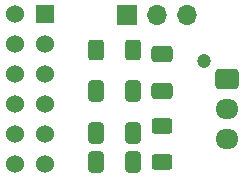
<source format=gbr>
%TF.GenerationSoftware,KiCad,Pcbnew,8.0.3*%
%TF.CreationDate,2024-07-02T09:20:05-05:00*%
%TF.ProjectId,Cartpole_ADC_interface,43617274-706f-46c6-955f-4144435f696e,rev?*%
%TF.SameCoordinates,Original*%
%TF.FileFunction,Soldermask,Top*%
%TF.FilePolarity,Negative*%
%FSLAX46Y46*%
G04 Gerber Fmt 4.6, Leading zero omitted, Abs format (unit mm)*
G04 Created by KiCad (PCBNEW 8.0.3) date 2024-07-02 09:20:05*
%MOMM*%
%LPD*%
G01*
G04 APERTURE LIST*
G04 Aperture macros list*
%AMRoundRect*
0 Rectangle with rounded corners*
0 $1 Rounding radius*
0 $2 $3 $4 $5 $6 $7 $8 $9 X,Y pos of 4 corners*
0 Add a 4 corners polygon primitive as box body*
4,1,4,$2,$3,$4,$5,$6,$7,$8,$9,$2,$3,0*
0 Add four circle primitives for the rounded corners*
1,1,$1+$1,$2,$3*
1,1,$1+$1,$4,$5*
1,1,$1+$1,$6,$7*
1,1,$1+$1,$8,$9*
0 Add four rect primitives between the rounded corners*
20,1,$1+$1,$2,$3,$4,$5,0*
20,1,$1+$1,$4,$5,$6,$7,0*
20,1,$1+$1,$6,$7,$8,$9,0*
20,1,$1+$1,$8,$9,$2,$3,0*%
G04 Aperture macros list end*
%ADD10R,1.700000X1.700000*%
%ADD11O,1.700000X1.700000*%
%ADD12RoundRect,0.250000X-0.412500X-0.650000X0.412500X-0.650000X0.412500X0.650000X-0.412500X0.650000X0*%
%ADD13R,1.524000X1.524000*%
%ADD14C,1.524000*%
%ADD15RoundRect,0.250000X0.650000X-0.412500X0.650000X0.412500X-0.650000X0.412500X-0.650000X-0.412500X0*%
%ADD16RoundRect,0.250000X0.400000X0.625000X-0.400000X0.625000X-0.400000X-0.625000X0.400000X-0.625000X0*%
%ADD17C,1.200000*%
%ADD18RoundRect,0.250000X-0.725000X0.600000X-0.725000X-0.600000X0.725000X-0.600000X0.725000X0.600000X0*%
%ADD19O,1.950000X1.700000*%
%ADD20RoundRect,0.250000X-0.625000X0.400000X-0.625000X-0.400000X0.625000X-0.400000X0.625000X0.400000X0*%
G04 APERTURE END LIST*
D10*
%TO.C,J2*%
X100000000Y-90000000D03*
D11*
X102540000Y-90000000D03*
X105080000Y-90000000D03*
%TD*%
D12*
%TO.C,C3*%
X97375000Y-96500000D03*
X100500000Y-96500000D03*
%TD*%
D13*
%TO.C,JA1*%
X93040000Y-89920000D03*
D14*
X93040000Y-92460000D03*
X93040000Y-95000000D03*
X93040000Y-97540000D03*
X93040000Y-100080000D03*
X93040000Y-102620000D03*
X90500000Y-89920000D03*
X90500000Y-92460000D03*
X90500000Y-95000000D03*
X90500000Y-97540000D03*
X90500000Y-100080000D03*
X90500000Y-102620000D03*
%TD*%
D15*
%TO.C,C2*%
X103000000Y-96500000D03*
X103000000Y-93375000D03*
%TD*%
D16*
%TO.C,R2*%
X100500000Y-93000000D03*
X97400000Y-93000000D03*
%TD*%
D17*
%TO.C,J1*%
X106500000Y-93900000D03*
D18*
X108500000Y-95500000D03*
D19*
X108500000Y-98000000D03*
X108500000Y-100500000D03*
%TD*%
D12*
%TO.C,C1*%
X97375000Y-100000000D03*
X100500000Y-100000000D03*
%TD*%
%TO.C,FB1*%
X97375000Y-102500000D03*
X100500000Y-102500000D03*
%TD*%
D20*
%TO.C,R1*%
X103000000Y-99400000D03*
X103000000Y-102500000D03*
%TD*%
M02*

</source>
